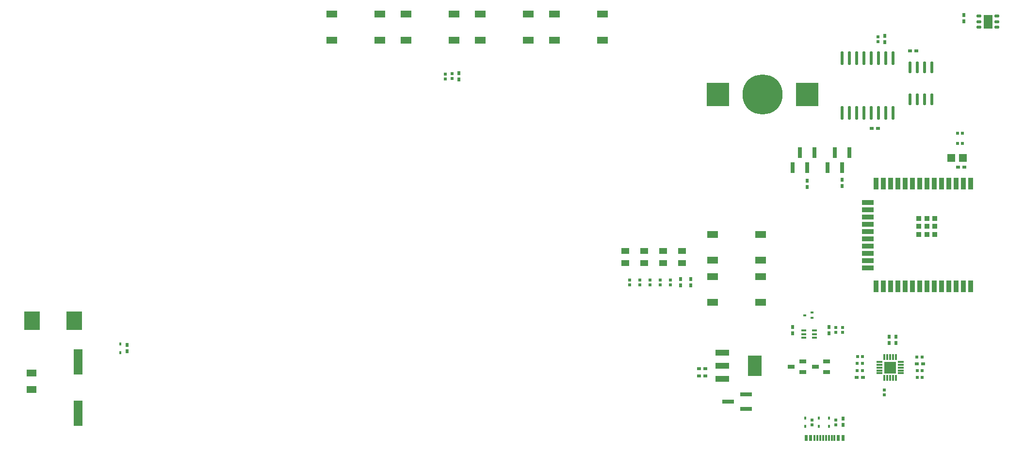
<source format=gtp>
G04 #@! TF.GenerationSoftware,KiCad,Pcbnew,7.0.9*
G04 #@! TF.CreationDate,2024-10-07T22:48:35-04:00*
G04 #@! TF.ProjectId,Digital Clock,44696769-7461-46c2-9043-6c6f636b2e6b,rev?*
G04 #@! TF.SameCoordinates,Original*
G04 #@! TF.FileFunction,Paste,Top*
G04 #@! TF.FilePolarity,Positive*
%FSLAX46Y46*%
G04 Gerber Fmt 4.6, Leading zero omitted, Abs format (unit mm)*
G04 Created by KiCad (PCBNEW 7.0.9) date 2024-10-07 22:48:35*
%MOMM*%
%LPD*%
G01*
G04 APERTURE LIST*
%ADD10R,1.900000X1.300000*%
%ADD11R,0.540000X0.570000*%
%ADD12R,0.790000X0.540000*%
%ADD13R,2.100000X0.740000*%
%ADD14R,1.730000X1.190000*%
%ADD15R,1.400000X1.000000*%
%ADD16R,0.550000X1.100000*%
%ADD17R,0.300000X1.100000*%
%ADD18R,0.570000X0.540000*%
%ADD19R,0.840000X0.320000*%
%ADD20R,0.950000X2.100000*%
%ADD21R,2.100000X0.950000*%
%ADD22R,0.900000X0.900000*%
%ADD23R,0.540000X0.790000*%
%ADD24R,1.250000X0.700000*%
%ADD25R,0.400000X0.600000*%
%ADD26O,0.570000X2.400000*%
%ADD27R,0.740000X1.900000*%
%ADD28R,1.650000X4.500000*%
%ADD29R,1.500000X2.400000*%
%ADD30O,0.950000X0.560000*%
%ADD31R,3.900000X4.180000*%
%ADD32C,7.000000*%
%ADD33O,0.590000X2.050000*%
%ADD34R,1.410000X1.350000*%
%ADD35R,0.300000X1.000000*%
%ADD36R,1.000000X0.300000*%
%ADD37R,2.150000X2.150000*%
%ADD38R,2.700000X3.300000*%
%ADD39R,0.510000X0.400000*%
%ADD40R,2.470000X0.980000*%
%ADD41R,2.470000X3.600000*%
G04 APERTURE END LIST*
D10*
X129930000Y-68544000D03*
X121530000Y-68544000D03*
X129930000Y-64044000D03*
X121530000Y-64044000D03*
D11*
X210703200Y-119606800D03*
X210703200Y-118746800D03*
D12*
X223538900Y-70448600D03*
X222438900Y-70448600D03*
D13*
X193802600Y-130488600D03*
X190702600Y-131758600D03*
X193802600Y-133028600D03*
D14*
X69088000Y-129646000D03*
X69088000Y-126746000D03*
D11*
X216814400Y-68832200D03*
X216814400Y-67972200D03*
D12*
X185581200Y-127228600D03*
X186681200Y-127228600D03*
D15*
X176032000Y-107535200D03*
X176032000Y-105435200D03*
D11*
X173532800Y-110466400D03*
X173532800Y-111326400D03*
D10*
X168792000Y-68544000D03*
X160392000Y-68544000D03*
X168792000Y-64044000D03*
X160392000Y-64044000D03*
D16*
X204320000Y-138115000D03*
X205120000Y-138115000D03*
D17*
X205770000Y-138115000D03*
X206270000Y-138115000D03*
X206770000Y-138115000D03*
X207270000Y-138115000D03*
X207770000Y-138115000D03*
X208270000Y-138115000D03*
X208770000Y-138115000D03*
X209270000Y-138115000D03*
D16*
X209920000Y-138115000D03*
X210720000Y-138115000D03*
D18*
X231570000Y-86614000D03*
X230710000Y-86614000D03*
D19*
X203890800Y-119288800D03*
X203890800Y-119938800D03*
X203890800Y-120588800D03*
X205790800Y-120588800D03*
X205790800Y-119938800D03*
X205790800Y-119288800D03*
D20*
X233052500Y-93627000D03*
X231782500Y-93627000D03*
X230512500Y-93627000D03*
X229242500Y-93627000D03*
X227972500Y-93627000D03*
X226702500Y-93627000D03*
X225432500Y-93627000D03*
X224162500Y-93627000D03*
X222892500Y-93627000D03*
X221622500Y-93627000D03*
X220352500Y-93627000D03*
X219082500Y-93627000D03*
X217812500Y-93627000D03*
X216542500Y-93627000D03*
D21*
X215052500Y-96917000D03*
X215052500Y-98187000D03*
X215052500Y-99457000D03*
X215052500Y-100727000D03*
X215052500Y-101997000D03*
X215052500Y-103267000D03*
X215052500Y-104537000D03*
X215052500Y-105807000D03*
X215052500Y-107077000D03*
X215052500Y-108347000D03*
D20*
X216542500Y-111627000D03*
X217812500Y-111627000D03*
X219082500Y-111627000D03*
X220352500Y-111627000D03*
X221622500Y-111627000D03*
X222892500Y-111627000D03*
X224162500Y-111627000D03*
X225432500Y-111627000D03*
X226702500Y-111627000D03*
X227972500Y-111627000D03*
X229242500Y-111627000D03*
X230512500Y-111627000D03*
X231782500Y-111627000D03*
X233052500Y-111627000D03*
D22*
X226772500Y-102527000D03*
X226772500Y-101127000D03*
X226772500Y-99727000D03*
X225372500Y-102527000D03*
X225372500Y-101127000D03*
X225372500Y-99727000D03*
X223972500Y-102527000D03*
X223972500Y-101127000D03*
X223972500Y-99727000D03*
D12*
X230793200Y-90805000D03*
X231893200Y-90805000D03*
D10*
X142884000Y-68544000D03*
X134484000Y-68544000D03*
X142884000Y-64044000D03*
X134484000Y-64044000D03*
D23*
X201970600Y-118728400D03*
X201970600Y-119828400D03*
D15*
X182636000Y-107535200D03*
X182636000Y-105435200D03*
D11*
X178816000Y-110459800D03*
X178816000Y-111319800D03*
D24*
X207913700Y-126598000D03*
X207913700Y-124698000D03*
X205913700Y-125648000D03*
D10*
X155838000Y-68544000D03*
X147438000Y-68544000D03*
X155838000Y-64044000D03*
X147438000Y-64044000D03*
D11*
X209524600Y-134952000D03*
X209524600Y-135812000D03*
D25*
X84582000Y-121678000D03*
X84582000Y-123178000D03*
X206502000Y-134581200D03*
X206502000Y-136081200D03*
D11*
X180594000Y-110466400D03*
X180594000Y-111326400D03*
D23*
X85775800Y-122927200D03*
X85775800Y-121827200D03*
X143738600Y-75403800D03*
X143738600Y-74303800D03*
X231819300Y-64220000D03*
X231819300Y-65320000D03*
X210566000Y-94072800D03*
X210566000Y-92972800D03*
D18*
X214108000Y-126302400D03*
X213248000Y-126302400D03*
D26*
X219449700Y-71754800D03*
X218179700Y-71754800D03*
X216909700Y-71754800D03*
X215629700Y-71754800D03*
X214369700Y-71754800D03*
X213099700Y-71754800D03*
X211829700Y-71754800D03*
X210559700Y-71754800D03*
X210559700Y-81254800D03*
X211829700Y-81254800D03*
X213099700Y-81254800D03*
X214369700Y-81254800D03*
X215629700Y-81254800D03*
X216909700Y-81254800D03*
X218179700Y-81254800D03*
X219449700Y-81254800D03*
D12*
X215756400Y-83997800D03*
X216856400Y-83997800D03*
D23*
X184150000Y-111446400D03*
X184150000Y-110346400D03*
X218059000Y-68901400D03*
X218059000Y-67801400D03*
D27*
X211836000Y-88214200D03*
X210566000Y-90814200D03*
X209306000Y-88214200D03*
X208036000Y-90814200D03*
D28*
X77216000Y-124786000D03*
X77216000Y-133786000D03*
D29*
X236042200Y-65328800D03*
D30*
X234492200Y-66328800D03*
X234492200Y-65328800D03*
X234492200Y-64328800D03*
X237592200Y-64328800D03*
X237592200Y-65328800D03*
X237592200Y-66328800D03*
D27*
X205740000Y-88230400D03*
X204470000Y-90830400D03*
X203210000Y-88230400D03*
X201940000Y-90830400D03*
D31*
X188897600Y-78079600D03*
X204497600Y-78079600D03*
D32*
X196697600Y-78079600D03*
D33*
X222442900Y-78868400D03*
X223722900Y-78868400D03*
X224982900Y-78868400D03*
X226252900Y-78868400D03*
X226252900Y-73328400D03*
X224982900Y-73328400D03*
X223722900Y-73328400D03*
X222442900Y-73328400D03*
D23*
X218822400Y-120438600D03*
X218822400Y-121538600D03*
D34*
X231632000Y-89179400D03*
X229632000Y-89179400D03*
D15*
X179334000Y-107552000D03*
X179334000Y-105452000D03*
D23*
X210743800Y-134730400D03*
X210743800Y-135830400D03*
D11*
X142494000Y-75309200D03*
X142494000Y-74449200D03*
D12*
X213126200Y-127521600D03*
X214226200Y-127521600D03*
D11*
X177038000Y-110466400D03*
X177038000Y-111326400D03*
X205333600Y-134952000D03*
X205333600Y-135812000D03*
X141325600Y-75334600D03*
X141325600Y-74474600D03*
D35*
X217940000Y-127635000D03*
X218440000Y-127635000D03*
X218940000Y-127635000D03*
X219440000Y-127635000D03*
X219940000Y-127635000D03*
D36*
X220790000Y-126785000D03*
X220790000Y-126285000D03*
X220790000Y-125785000D03*
X220790000Y-125285000D03*
X220790000Y-124785000D03*
D35*
X219940000Y-123935000D03*
X219440000Y-123935000D03*
X218940000Y-123935000D03*
X218440000Y-123935000D03*
X217940000Y-123935000D03*
D36*
X217090000Y-124785000D03*
X217090000Y-125285000D03*
X217090000Y-125785000D03*
X217090000Y-126285000D03*
X217090000Y-126785000D03*
D37*
X218940000Y-125785000D03*
D18*
X224523800Y-123940200D03*
X223663800Y-123940200D03*
D12*
X185581200Y-125984000D03*
X186681200Y-125984000D03*
D11*
X209499200Y-119606800D03*
X209499200Y-118746800D03*
D12*
X224692800Y-125134000D03*
X223592800Y-125134000D03*
D10*
X187976400Y-109885600D03*
X196376400Y-109885600D03*
X187976400Y-114385600D03*
X196376400Y-114385600D03*
D23*
X204520800Y-94225200D03*
X204520800Y-93125200D03*
D25*
X204139800Y-134581200D03*
X204139800Y-136081200D03*
D38*
X76588000Y-117602000D03*
X69208000Y-117602000D03*
D39*
X205323200Y-117136800D03*
X205323200Y-116136800D03*
X204023200Y-116636800D03*
D25*
X208330800Y-134581200D03*
X208330800Y-136081200D03*
D23*
X219990800Y-120438600D03*
X219990800Y-121538600D03*
D18*
X224547400Y-127521600D03*
X223687400Y-127521600D03*
X214108000Y-125083200D03*
X213248000Y-125083200D03*
D10*
X196376400Y-107035600D03*
X187976400Y-107035600D03*
X196376400Y-102535600D03*
X187976400Y-102535600D03*
D23*
X208295200Y-118677600D03*
X208295200Y-119777600D03*
D11*
X175260000Y-110466400D03*
X175260000Y-111326400D03*
D15*
X172730000Y-107543600D03*
X172730000Y-105443600D03*
D18*
X224547400Y-126327800D03*
X223687400Y-126327800D03*
D23*
X182372000Y-111446400D03*
X182372000Y-110346400D03*
D18*
X213273400Y-123864000D03*
X214133400Y-123864000D03*
D40*
X189702000Y-123176000D03*
X189702000Y-125476000D03*
X189702000Y-127776000D03*
D41*
X195362000Y-125476000D03*
D24*
X203705200Y-126595000D03*
X203705200Y-124695000D03*
X201705200Y-125645000D03*
D11*
X217970600Y-130591400D03*
X217970600Y-129731400D03*
D18*
X231570000Y-84836000D03*
X230710000Y-84836000D03*
M02*

</source>
